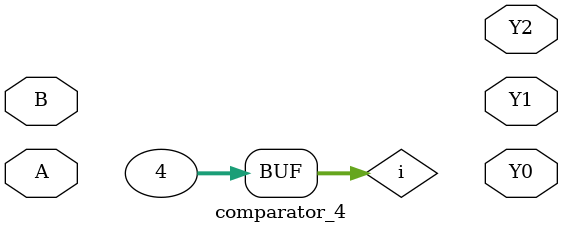
<source format=v>
`timescale 1ns/1ns

module comparator_4(
	input		[3:0]       A   	,
	input	   [3:0]		B   	,
 
 	output	 wire		Y2    , //A>B
	output   wire        Y1    , //A=B
    output   wire        Y0      //A<B
);

reg Y2_tmp;
reg Y1_tmp;
reg Y0_tmp;

integer i;

always @(*) begin
    for(i=0;i<4;i=i+1)begin
        if(A[3-i] > B[3-i])begin

        end
    end
end

endmodule
</source>
